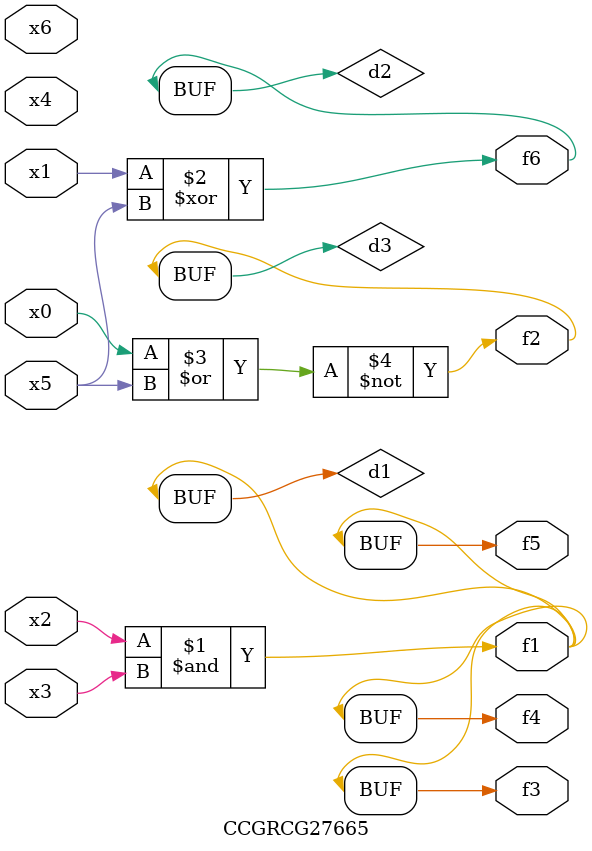
<source format=v>
module CCGRCG27665(
	input x0, x1, x2, x3, x4, x5, x6,
	output f1, f2, f3, f4, f5, f6
);

	wire d1, d2, d3;

	and (d1, x2, x3);
	xor (d2, x1, x5);
	nor (d3, x0, x5);
	assign f1 = d1;
	assign f2 = d3;
	assign f3 = d1;
	assign f4 = d1;
	assign f5 = d1;
	assign f6 = d2;
endmodule

</source>
